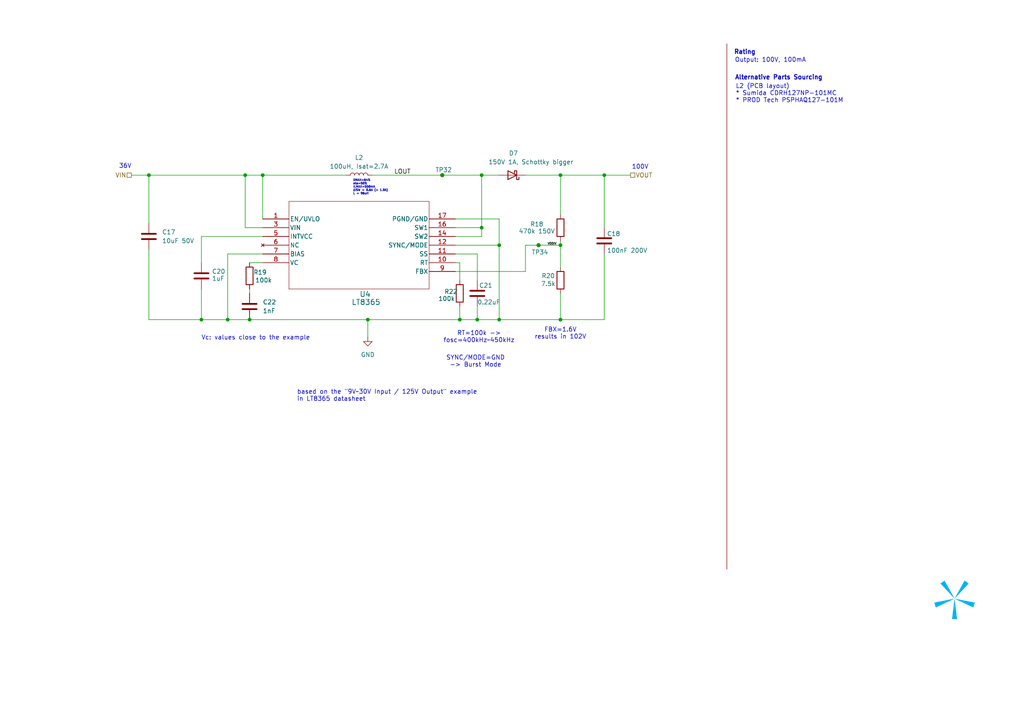
<source format=kicad_sch>
(kicad_sch (version 20250114) (generator "eeschema") (generator_version "9.0")
  (paper "A4")
  (title_block (title "PULSER") (date "2025-03-27") (rev "3") (company "Spark Project") (comment 1 "Author: 夕月霞 (xyx)") (comment 2 "EDM Pulse Generator Board"))
  (lib_symbols
    (symbol "Connector:TestPoint_Small" (pin_numbers (hide yes)) (pin_names (offset 0.762) (hide yes))
      (property "Reference" "TP" (at 0 3.81 0))
      (property "Value" "TestPoint_Small" (at 0 2.032 0))
      (symbol "TestPoint_Small_0_1"
        (circle (center 0 0) (radius 0.508))
      )
      (symbol "TestPoint_Small_1_1"
        (pin passive line (at 0 0 90) (length 0) (name "1") (number "1"))
      )
    )
    (symbol "Device:C" (pin_numbers (hide yes)) (pin_names (offset 0.254))
      (property "Reference" "C" (at 0.635 2.54 0))
      (property "Value" "C" (at 0.635 -2.54 0))
      (symbol "C_0_1"
        (polyline (pts (xy -2.032 0.762) (xy 2.032 0.762)) (stroke (width 0.508)))
        (polyline (pts (xy -2.032 -0.762) (xy 2.032 -0.762)) (stroke (width 0.508)))
      )
      (symbol "C_1_1"
        (pin passive line (at 0 3.81 270) (length 2.794) (name "~") (number "1"))
        (pin passive line (at 0 -3.81 90) (length 2.794) (name "~") (number "2"))
      )
    )
    (symbol "Device:D_Schottky" (pin_numbers (hide yes)) (pin_names (offset 1.016) (hide yes))
      (property "Reference" "D" (at 0 2.54 0))
      (property "Value" "D_Schottky" (at 0 -2.54 0))
      (symbol "D_Schottky_0_1"
        (polyline (pts (xy -1.905 0.635) (xy -1.905 1.27) (xy -1.27 1.27) (xy -1.27 -1.27) (xy -0.635 -1.27) (xy -0.635 -0.635)) (stroke (width 0.254)))
        (polyline (pts (xy 1.27 1.27) (xy 1.27 -1.27) (xy -1.27 0) (xy 1.27 1.27)) (stroke (width 0.254)))
        (polyline (pts (xy 1.27 0) (xy -1.27 0)))
      )
      (symbol "D_Schottky_1_1"
        (pin passive line (at -3.81 0 0) (length 2.54) (name "K") (number "1"))
        (pin passive line (at 3.81 0 180) (length 2.54) (name "A") (number "2"))
      )
    )
    (symbol "Device:L" (pin_numbers (hide yes)) (pin_names (offset 1.016) (hide yes))
      (property "Reference" "L" (at -1.27 0 90))
      (property "Value" "L" (at 1.905 0 90))
      (symbol "L_0_1"
        (arc (start 0 2.54) (mid 0.6323 1.905) (end 0 1.27))
        (arc (start 0 1.27) (mid 0.6323 0.635) (end 0 0))
        (arc (start 0 0) (mid 0.6323 -0.635) (end 0 -1.27))
        (arc (start 0 -1.27) (mid 0.6323 -1.905) (end 0 -2.54))
      )
      (symbol "L_1_1"
        (pin passive line (at 0 3.81 270) (length 1.27) (name "1") (number "1"))
        (pin passive line (at 0 -3.81 90) (length 1.27) (name "2") (number "2"))
      )
    )
    (symbol "Device:R" (pin_numbers (hide yes)) (pin_names (offset 0))
      (property "Reference" "R" (at 2.032 0 90))
      (property "Value" "R" (at 0 0 90))
      (symbol "R_0_1"
        (rectangle (start -1.016 -2.54) (end 1.016 2.54) (stroke (width 0.254)))
      )
      (symbol "R_1_1"
        (pin passive line (at 0 3.81 270) (length 1.27) (name "~") (number "1"))
        (pin passive line (at 0 -3.81 90) (length 1.27) (name "~") (number "2"))
      )
    )
    (symbol "SparkAll:LT8365HMSE-PBF" (pin_names (offset 0.254))
      (property "Reference" "U" (at 27.94 10.16 0))
      (property "Value" "LT8365HMSE-PBF" (at 27.94 7.62 0))
      (symbol "LT8365HMSE-PBF_0_1"
        (polyline (pts (xy 7.62 5.08) (xy 7.62 -20.32)) (stroke (width 0.127)))
        (polyline (pts (xy 7.62 -20.32) (xy 48.26 -20.32)) (stroke (width 0.127)))
        (polyline (pts (xy 48.26 5.08) (xy 7.62 5.08)) (stroke (width 0.127)))
        (polyline (pts (xy 48.26 -20.32) (xy 48.26 5.08)) (stroke (width 0.127)))
        (pin unspecified line (at 0 0 0) (length 7.62) (name "EN/UVLO") (number "1"))
        (pin power_in line (at 0 -2.54 0) (length 7.62) (name "VIN") (number "3"))
        (pin power_in line (at 0 -5.08 0) (length 7.62) (name "INTVCC") (number "5"))
        (pin no_connect line (at 0 -7.62 0) (length 7.62) (name "NC") (number "6"))
        (pin power_in line (at 0 -10.16 0) (length 7.62) (name "BIAS") (number "7"))
        (pin output line (at 0 -12.7 0) (length 7.62) (name "VC") (number "8"))
        (pin power_out line (at 55.88 0 180) (length 7.62) (name "PGND/GND") (number "17"))
        (pin power_in line (at 55.88 -2.54 180) (length 7.62) (name "SW1") (number "16"))
        (pin power_in line (at 55.88 -5.08 180) (length 7.62) (name "SW2") (number "14"))
        (pin unspecified line (at 55.88 -7.62 180) (length 7.62) (name "SYNC/MODE") (number "12"))
        (pin unspecified line (at 55.88 -10.16 180) (length 7.62) (name "SS") (number "11"))
        (pin unspecified line (at 55.88 -12.7 180) (length 7.62) (name "RT") (number "10"))
        (pin unspecified line (at 55.88 -15.24 180) (length 7.62) (name "FBX") (number "9"))
      )
    )
    (symbol "power:GND" (power) (pin_numbers (hide yes)) (pin_names (offset 0) (hide yes))
      (property "Value" "GND" (at 0 -3.81 0))
      (symbol "GND_0_1"
        (polyline (pts (xy 0 0) (xy 0 -1.27) (xy 1.27 -1.27) (xy 0 -2.54) (xy -1.27 -1.27) (xy 0 -1.27)))
      )
      (symbol "GND_1_1"
        (pin power_in line (at 0 0 270) (length 0) (name "~") (number "1"))
      )
    )
  )
  (text "Output: 100V, 100mA" (at 213.106 16.764 0) (effects (font (size 1.27 1.27)) (justify left top)))
  (text "Vc: values close to the example" (at 74.168 98.044 0) (effects (font (size 1.27 1.27))))
  (text "Alternative Parts Sourcing" (at 213.106 21.844 0) (effects (font (size 1.27 1.27) (thickness 0.254) (bold yes)) (justify left top)))
  (text "DMAX=64%\neta=50%\nILMAX=550mA\nΔISW = 0.6A (< 1.9A)\nL = 96uH" (at 102.362 54.356 0) (effects (font (size 0.6 0.6)) (justify left)))
  (text "L2 (PCB layout)\n* Sumida CDRH127NP-101MC\n* PROD Tech PSPHAQ127-101M" (at 213.36 24.384 0) (effects (font (size 1.27 1.27)) (justify left top)))
  (text "100V" (at 185.674 48.514 0) (effects (font (size 1.27 1.27))))
  (text "FBX=1.6V\nresults in 102V" (at 162.56 96.774 0) (effects (font (size 1.27 1.27))))
  (text "based on the \"9V~30V Input / 125V Output\" example\nin LT8365 datasheet\n" (at 86.106 114.808 0) (effects (font (size 1.27 1.27)) (justify left)))
  (text "SYNC/MODE=GND\n-> Burst Mode" (at 137.922 104.902 0) (effects (font (size 1.27 1.27))))
  (text "36V" (at 36.322 48.26 0) (effects (font (size 1.27 1.27))))
  (text "Rating" (at 212.852 14.478 0) (effects (font (size 1.27 1.27) (thickness 0.254) (bold yes)) (justify left top)))
  (text "RT=100k ->\nfosc=400kHz~450kHz" (at 138.938 97.79 0) (effects (font (size 1.27 1.27))))
  (junction (at 175.26 50.8))
  (junction (at 43.18 50.8))
  (junction (at 139.7 50.8))
  (junction (at 156.21 71.12))
  (junction (at 162.56 50.8))
  (junction (at 162.56 71.12))
  (junction (at 58.42 92.71))
  (junction (at 66.04 92.71))
  (junction (at 139.7 66.04))
  (junction (at 128.27 50.8))
  (junction (at 72.39 92.71))
  (junction (at 133.35 92.71))
  (junction (at 144.78 71.12))
  (junction (at 71.12 50.8))
  (junction (at 106.68 92.71))
  (junction (at 144.78 92.71))
  (junction (at 138.43 92.71))
  (junction (at 162.56 92.71))
  (junction (at 76.2 50.8))
  (wire (pts (xy 72.39 92.71) (xy 66.04 92.71)))
  (wire (pts (xy 144.78 63.5) (xy 144.78 71.12)))
  (wire (pts (xy 152.4 71.12) (xy 156.21 71.12)))
  (wire (pts (xy 106.68 92.71) (xy 133.35 92.71)))
  (wire (pts (xy 58.42 92.71) (xy 66.04 92.71)))
  (wire (pts (xy 175.26 73.66) (xy 175.26 92.71)))
  (wire (pts (xy 162.56 50.8) (xy 175.26 50.8)))
  (wire (pts (xy 156.21 71.12) (xy 162.56 71.12)))
  (wire (pts (xy 107.95 50.8) (xy 128.27 50.8)))
  (wire (pts (xy 72.39 83.82) (xy 72.39 85.09)))
  (wire (pts (xy 72.39 76.2) (xy 76.2 76.2)))
  (wire (pts (xy 132.08 78.74) (xy 152.4 78.74)))
  (wire (pts (xy 162.56 71.12) (xy 162.56 77.47)))
  (wire (pts (xy 43.18 50.8) (xy 71.12 50.8)))
  (wire (pts (xy 132.08 66.04) (xy 139.7 66.04)))
  (wire (pts (xy 66.04 73.66) (xy 66.04 92.71)))
  (wire (pts (xy 162.56 85.09) (xy 162.56 92.71)))
  (wire (pts (xy 175.26 50.8) (xy 182.88 50.8)))
  (wire (pts (xy 58.42 83.82) (xy 58.42 92.71)))
  (wire (pts (xy 162.56 92.71) (xy 175.26 92.71)))
  (wire (pts (xy 106.68 92.71) (xy 106.68 97.79)))
  (wire (pts (xy 138.43 88.9) (xy 138.43 92.71)))
  (wire (pts (xy 162.56 50.8) (xy 162.56 62.23)))
  (wire (pts (xy 132.08 68.58) (xy 139.7 68.58)))
  (wire (pts (xy 76.2 68.58) (xy 58.42 68.58)))
  (wire (pts (xy 132.08 63.5) (xy 144.78 63.5)))
  (wire (pts (xy 43.18 50.8) (xy 43.18 64.77)))
  (wire (pts (xy 76.2 66.04) (xy 71.12 66.04)))
  (wire (pts (xy 144.78 71.12) (xy 144.78 92.71)))
  (wire (pts (xy 66.04 73.66) (xy 76.2 73.66)))
  (wire (pts (xy 133.35 92.71) (xy 138.43 92.71)))
  (wire (pts (xy 76.2 50.8) (xy 100.33 50.8)))
  (wire (pts (xy 139.7 66.04) (xy 139.7 50.8)))
  (wire (pts (xy 133.35 76.2) (xy 133.35 81.28)))
  (wire (pts (xy 152.4 78.74) (xy 152.4 71.12)))
  (wire (pts (xy 76.2 50.8) (xy 76.2 63.5)))
  (wire (pts (xy 128.27 50.8) (xy 139.7 50.8)))
  (wire (pts (xy 139.7 68.58) (xy 139.7 66.04)))
  (polyline (pts (xy 210.82 12.7) (xy 210.82 165.1)) (stroke (width 0.15) (type solid) (color 132 0 0 1)))
  (wire (pts (xy 162.56 69.85) (xy 162.56 71.12)))
  (wire (pts (xy 139.7 50.8) (xy 144.78 50.8)))
  (wire (pts (xy 58.42 68.58) (xy 58.42 76.2)))
  (wire (pts (xy 138.43 92.71) (xy 144.78 92.71)))
  (wire (pts (xy 38.1 50.8) (xy 43.18 50.8)))
  (wire (pts (xy 144.78 92.71) (xy 162.56 92.71)))
  (wire (pts (xy 132.08 71.12) (xy 144.78 71.12)))
  (wire (pts (xy 43.18 72.39) (xy 43.18 92.71)))
  (wire (pts (xy 138.43 73.66) (xy 138.43 81.28)))
  (wire (pts (xy 71.12 66.04) (xy 71.12 50.8)))
  (wire (pts (xy 106.68 92.71) (xy 72.39 92.71)))
  (wire (pts (xy 71.12 50.8) (xy 76.2 50.8)))
  (wire (pts (xy 132.08 76.2) (xy 133.35 76.2)))
  (wire (pts (xy 152.4 50.8) (xy 162.56 50.8)))
  (wire (pts (xy 43.18 92.71) (xy 58.42 92.71)))
  (wire (pts (xy 133.35 88.9) (xy 133.35 92.71)))
  (wire (pts (xy 175.26 50.8) (xy 175.26 66.04)))
  (wire (pts (xy 132.08 73.66) (xy 138.43 73.66)))
  (image (at 276.86 173.99) (scale 1.13867))
  (label "LOUT" (at 114.3 50.8 0))
  (label "VODIV" (at 158.75 71.12 0) (effects (font (size 0.6 0.6))))
  (hierarchical_label "VIN" (shape passive) (at 38.1 50.8 180))
  (hierarchical_label "VOUT" (shape passive) (at 182.88 50.8 0))
  (symbol (lib_id "power:GND") (at 106.68 97.79 0) (unit 1)
    (property "Reference" "#PWR029" (effects (hide yes)))
    (property "Value" "GND" (at 106.68 102.87 0))
    (property "Description" "Power symbol creates a global label with name \"GND\" , ground" (effects (hide yes)))
  )
  (symbol (lib_id "Device:C") (at 138.43 85.09 0) (unit 1)
    (property "Reference" "C21" (at 138.938 82.804 0) (effects (justify left)))
    (property "Value" "0.22uF" (at 138.43 87.63 0) (effects (justify left)))
    (property "Footprint" "Capacitor_SMD:C_0603_1608Metric" (effects (hide yes)))
    (property "Description" "Unpolarized capacitor" (effects (hide yes)))
    (property "LCSC" "C21120" (effects (hide yes)))
  )
  (symbol (lib_id "Device:L") (at 104.14 50.8 90) (unit 1)
    (property "Reference" "L2" (at 104.14 45.72 90))
    (property "Value" "100uH, Isat=2.7A" (at 104.14 48.26 90))
    (property "Footprint" "Inductor_SMD:L_12x12mm_H8mm" (effects (hide yes)))
    (property "Description" "Inductor" (effects (hide yes)))
    (property "LCSC" "C2453104" (effects (hide yes)))
  )
  (symbol (lib_id "Device:C") (at 43.18 68.58 0) (unit 1)
    (property "Reference" "C17" (at 46.99 67.3099 0) (effects (justify left)))
    (property "Value" "10uF 50V" (at 46.99 69.8499 0) (effects (justify left)))
    (property "Footprint" "Capacitor_SMD:C_1206_3216Metric" (effects (hide yes)))
    (property "Description" "Unpolarized capacitor" (effects (hide yes)))
    (property "LCSC" "C13585" (effects (hide yes)))
  )
  (symbol (lib_id "SparkAll:LT8365HMSE-PBF") (at 76.2 63.5 0) (unit 1)
    (property "Reference" "U4" (at 105.918 85.344 0) (effects (font (size 1.524 1.524))))
    (property "Value" "LT8365" (at 106.172 87.63 0) (effects (font (size 1.524 1.524))))
    (property "Footprint" "SparkAll:AD-MSOP-LT8365" (effects (hide yes)))
    (property "Datasheet" "https://www.lcsc.com/datasheet/lcsc_datasheet_2411220036_Analog-Devices-LT8365EMSE-PBF_C673785.pdf" (effects (hide yes)))
    (property "LCSC" "C673785" (effects (hide yes)))
  )
  (symbol (lib_id "Device:C") (at 58.42 80.01 0) (unit 1)
    (property "Reference" "C20" (at 61.468 78.74 0) (effects (justify left)))
    (property "Value" "1uF" (at 61.468 80.772 0) (effects (justify left)))
    (property "Footprint" "Capacitor_SMD:C_0603_1608Metric" (effects (hide yes)))
    (property "Description" "Unpolarized capacitor" (effects (hide yes)))
    (property "LCSC" "C15849" (effects (hide yes)))
  )
  (symbol (lib_id "Device:R") (at 72.39 80.01 180) (unit 1)
    (property "Reference" "R19" (at 75.438 78.994 0))
    (property "Value" "100k" (at 76.454 81.28 0))
    (property "Footprint" "Resistor_SMD:R_0603_1608Metric" (effects (hide yes)))
    (property "Description" "Resistor" (effects (hide yes)))
    (property "LCSC" "C25803" (effects (hide yes)))
  )
  (symbol (lib_id "Connector:TestPoint_Small") (at 128.27 50.8 0) (unit 1) (in_bom no)
    (property "Reference" "TP32" (at 126.238 49.276 0) (effects (justify left)))
    (property "Value" "TestPoint_Small" (effects (hide yes)))
    (property "Footprint" "TestPoint:TestPoint_Pad_D1.5mm" (effects (hide yes)))
    (property "Description" "test point" (effects (hide yes)))
  )
  (symbol (lib_id "Device:C") (at 72.39 88.9 0) (unit 1)
    (property "Reference" "C22" (at 76.2 87.6299 0) (effects (justify left)))
    (property "Value" "1nF" (at 76.2 90.1699 0) (effects (justify left)))
    (property "Footprint" "Capacitor_SMD:C_0603_1608Metric" (effects (hide yes)))
    (property "Description" "Unpolarized capacitor" (effects (hide yes)))
    (property "LCSC" "C1588" (effects (hide yes)))
  )
  (symbol (lib_id "Connector:TestPoint_Small") (at 156.21 71.12 270) (unit 1) (in_bom no)
    (property "Reference" "TP34" (at 154.178 73.152 90) (effects (justify left)))
    (property "Value" "TestPoint_Small" (effects (hide yes)))
    (property "Footprint" "TestPoint:TestPoint_Pad_D1.5mm" (effects (hide yes)))
    (property "Description" "test point" (effects (hide yes)))
  )
  (symbol (lib_id "Device:R") (at 133.35 85.09 180) (unit 1)
    (property "Reference" "R22" (at 130.81 84.582 0))
    (property "Value" "100k" (at 129.54 86.614 0))
    (property "Footprint" "Resistor_SMD:R_0603_1608Metric" (effects (hide yes)))
    (property "Description" "Resistor" (effects (hide yes)))
    (property "LCSC" "C25803" (effects (hide yes)))
  )
  (symbol (lib_id "Device:C") (at 175.26 69.85 0) (unit 1)
    (property "Reference" "C18" (at 176.022 67.818 0) (effects (justify left)))
    (property "Value" "100nF 200V" (at 176.022 72.644 0) (effects (justify left)))
    (property "Footprint" "Capacitor_SMD:C_0805_2012Metric" (effects (hide yes)))
    (property "Description" "Unpolarized capacitor" (effects (hide yes)))
    (property "LCSC" "C342865" (effects (hide yes)))
  )
  (symbol (lib_id "Device:D_Schottky") (at 148.59 50.8 180) (unit 1)
    (property "Reference" "D7" (at 148.9075 44.45 0))
    (property "Value" "150V 1A, Schottky bigger" (at 153.9875 46.99 0))
    (property "Footprint" "Diode_SMD:D_PowerDI-123" (effects (hide yes)))
    (property "Description" "Schottky diode" (effects (hide yes)))
    (property "LCSC" "C156325" (effects (hide yes)))
  )
  (symbol (lib_id "Device:R") (at 162.56 81.28 180) (unit 1)
    (property "Reference" "R20" (at 159.004 80.01 0))
    (property "Value" "7.5k" (at 159.004 82.296 0))
    (property "Footprint" "Resistor_SMD:R_0603_1608Metric" (effects (hide yes)))
    (property "Description" "Resistor" (effects (hide yes)))
    (property "LCSC" "C23234" (effects (hide yes)))
  )
  (symbol (lib_id "Device:R") (at 162.56 66.04 180) (unit 1)
    (property "Reference" "R18" (at 155.702 65.024 0))
    (property "Value" "470k 150V" (at 155.702 67.056 0))
    (property "Footprint" "Resistor_SMD:R_0805_2012Metric" (effects (hide yes)))
    (property "Description" "Resistor" (effects (hide yes)))
    (property "LCSC" "C17709" (effects (hide yes)))
  )
)
</source>
